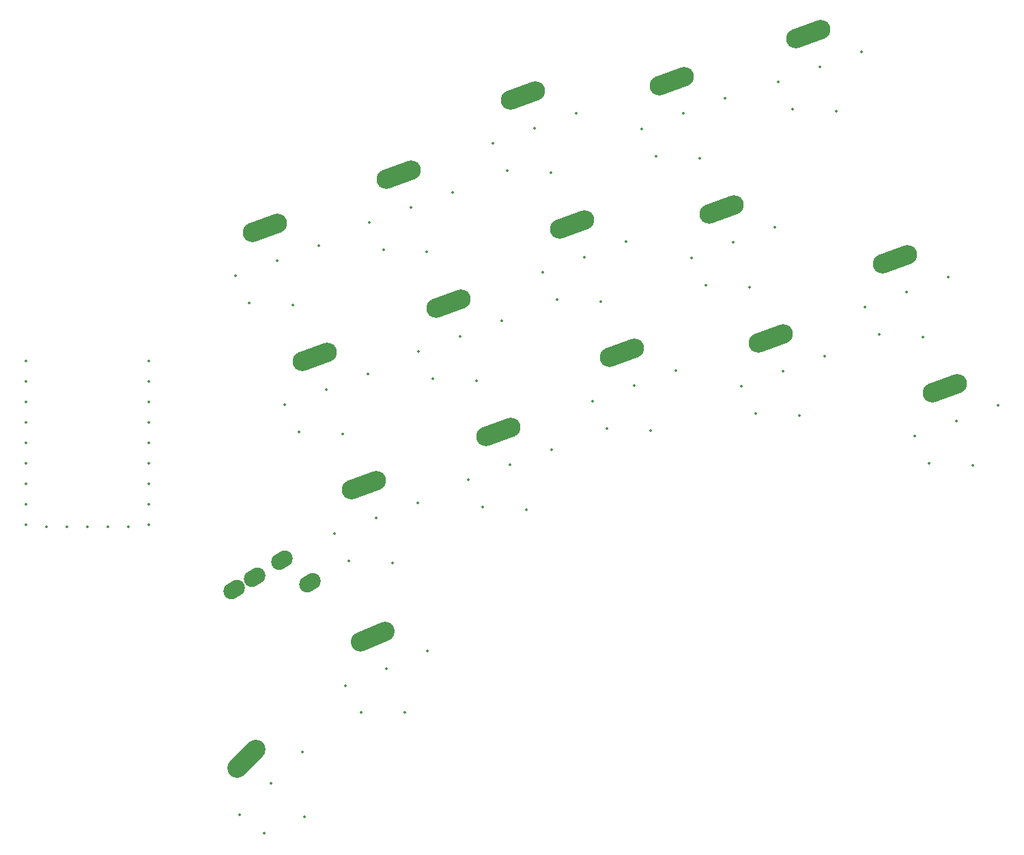
<source format=gbl>
%TF.GenerationSoftware,KiCad,Pcbnew,(6.0.11)*%
%TF.CreationDate,2024-04-13T23:15:29+09:00*%
%TF.ProjectId,haqua34_right-bottom-plate,68617175-6133-4345-9f72-696768742d62,rev?*%
%TF.SameCoordinates,Original*%
%TF.FileFunction,Copper,L2,Bot*%
%TF.FilePolarity,Positive*%
%FSLAX46Y46*%
G04 Gerber Fmt 4.6, Leading zero omitted, Abs format (unit mm)*
G04 Created by KiCad (PCBNEW (6.0.11)) date 2024-04-13 23:15:29*
%MOMM*%
%LPD*%
G01*
G04 APERTURE LIST*
G04 Aperture macros list*
%AMHorizOval*
0 Thick line with rounded ends*
0 $1 width*
0 $2 $3 position (X,Y) of the first rounded end (center of the circle)*
0 $4 $5 position (X,Y) of the second rounded end (center of the circle)*
0 Add line between two ends*
20,1,$1,$2,$3,$4,$5,0*
0 Add two circle primitives to create the rounded ends*
1,1,$1,$2,$3*
1,1,$1,$4,$5*%
G04 Aperture macros list end*
%ADD10C,0.350000*%
%ADD11HorizOval,2.399999X-1.550493X-0.564333X1.550493X0.564333X0*%
%ADD12HorizOval,1.999999X0.341056X0.208999X-0.341056X-0.208999X0*%
%ADD13HorizOval,2.399999X-1.166726X-1.166726X1.166726X1.166726X0*%
%ADD14HorizOval,2.399999X-1.518833X-0.644706X1.518833X0.644706X0*%
G04 APERTURE END LIST*
D10*
X105683534Y-39363704D03*
D11*
X109375000Y-33425000D03*
D10*
X107453056Y-42763526D03*
X116020152Y-35601482D03*
X112869762Y-43026779D03*
X110851843Y-37482593D03*
X139556691Y-77481111D03*
X144725000Y-75600000D03*
D11*
X143248157Y-71542407D03*
D10*
X146742919Y-81144186D03*
X149893309Y-73718889D03*
X141326213Y-80880933D03*
D12*
X57651945Y-94983953D03*
X55094025Y-96551448D03*
X64535960Y-95691299D03*
X61062506Y-92893958D03*
D10*
X94417919Y-44844186D03*
X87231691Y-41181111D03*
X92400000Y-39300000D03*
X97568309Y-37418889D03*
D11*
X90923157Y-35242407D03*
D10*
X89001213Y-44580933D03*
X63567374Y-116664200D03*
D13*
X56625000Y-117500000D03*
D10*
X63850217Y-124725217D03*
X58829759Y-126775827D03*
X59678287Y-120553287D03*
X55789200Y-124442374D03*
D11*
X97075000Y-51225000D03*
D10*
X103720152Y-53401482D03*
X100569762Y-60826779D03*
X95153056Y-60563526D03*
X98551843Y-55282593D03*
X93383534Y-57163704D03*
D11*
X137050000Y-55575000D03*
D10*
X143695152Y-57751482D03*
X135128056Y-64913526D03*
X138526843Y-59632593D03*
X140544762Y-65176779D03*
X133358534Y-61513704D03*
X127776843Y-31682593D03*
X124378056Y-36963526D03*
X122608534Y-33563704D03*
D11*
X126300000Y-27625000D03*
D10*
X129794762Y-37226779D03*
X132945152Y-29801482D03*
X111856691Y-55356111D03*
D11*
X115548157Y-49417407D03*
D10*
X122193309Y-51593889D03*
X117025000Y-53475000D03*
X119042919Y-59019186D03*
X113626213Y-58755933D03*
X83176843Y-65107593D03*
X78008534Y-66988704D03*
X79778056Y-70388526D03*
X88345152Y-63226482D03*
X85194762Y-70651779D03*
D11*
X81700000Y-61050000D03*
D10*
X94520152Y-79176482D03*
X91369762Y-86601779D03*
X85953056Y-86338526D03*
X84183534Y-82938704D03*
X89351843Y-81057593D03*
D11*
X87875000Y-77000000D03*
D10*
X99558534Y-73138704D03*
X101328056Y-76538526D03*
D11*
X103250000Y-67200000D03*
D10*
X104726843Y-71257593D03*
X106744762Y-76801779D03*
X109895152Y-69376482D03*
X29284000Y-83430000D03*
X29284000Y-80890000D03*
X44524000Y-70730000D03*
X41984000Y-88713200D03*
X29284000Y-75810000D03*
X44524000Y-85970000D03*
X29284000Y-78350000D03*
X44524000Y-78350000D03*
X44524000Y-83430000D03*
X29284000Y-88510000D03*
X44524000Y-88510000D03*
X44524000Y-68190000D03*
X34364000Y-88713200D03*
X39444000Y-88713200D03*
X44524000Y-75810000D03*
X29284000Y-73270000D03*
X44524000Y-73270000D03*
X29284000Y-85970000D03*
X31824000Y-88713200D03*
X29284000Y-68190000D03*
X29284000Y-70730000D03*
X36904000Y-88713200D03*
X44524000Y-80890000D03*
X76305314Y-111780979D03*
X68937223Y-108499021D03*
X74000000Y-106350000D03*
X70882254Y-111801574D03*
X79062777Y-104200979D03*
D14*
X72312823Y-102375260D03*
D10*
X73626213Y-54405933D03*
X71856691Y-51006111D03*
X79042919Y-54669186D03*
X77025000Y-49125000D03*
X82193309Y-47243889D03*
D11*
X75548157Y-45067407D03*
D10*
X60425000Y-55725000D03*
X55256691Y-57606111D03*
X65593309Y-53843889D03*
X57026213Y-61005933D03*
D11*
X58948157Y-51667407D03*
D10*
X62442919Y-61269186D03*
X128345152Y-67551482D03*
X123176843Y-69432593D03*
X125194762Y-74976779D03*
X119778056Y-74713526D03*
D11*
X121700000Y-65375000D03*
D10*
X118008534Y-71313704D03*
X68594762Y-77251779D03*
X63178056Y-76988526D03*
X66576843Y-71707593D03*
D11*
X65100000Y-67650000D03*
D10*
X71745152Y-69826482D03*
X61408534Y-73588704D03*
X69328056Y-92963526D03*
X72726843Y-87682593D03*
X67558534Y-89563704D03*
X74744762Y-93226779D03*
X77895152Y-85801482D03*
D11*
X71250000Y-83625000D03*
M02*

</source>
